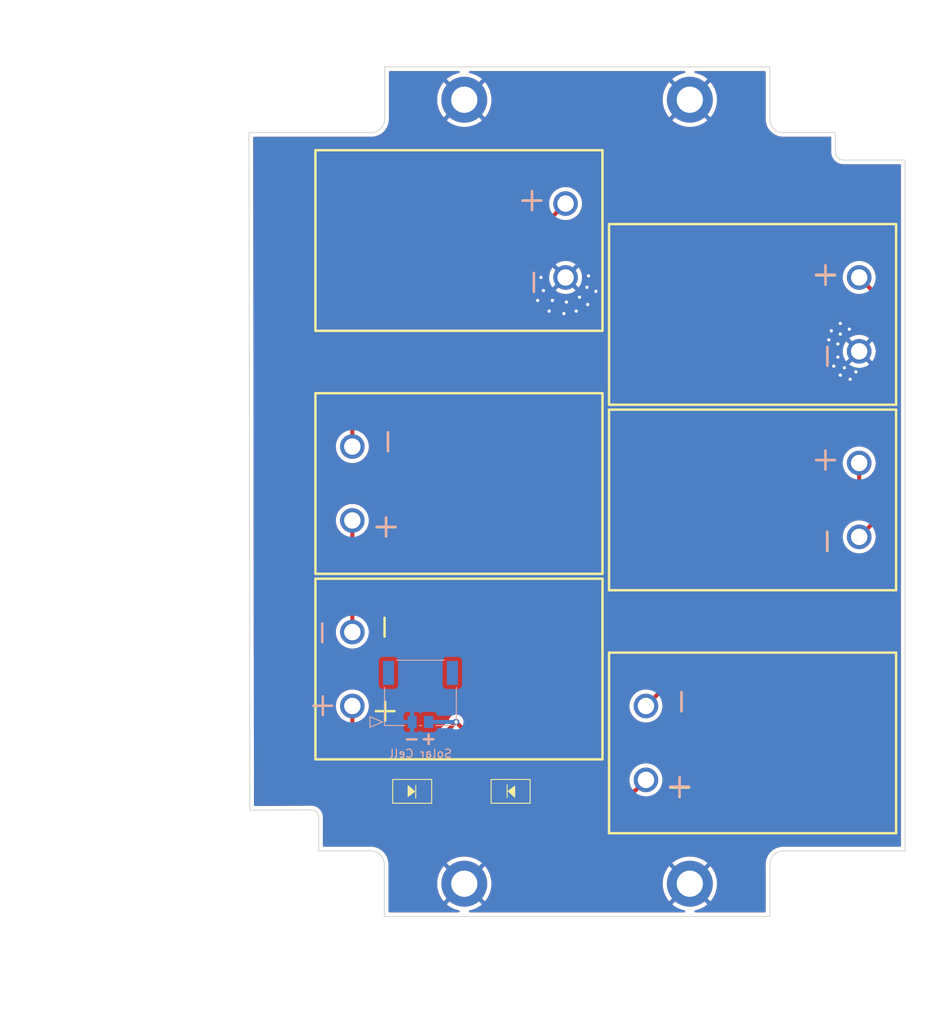
<source format=kicad_pcb>
(kicad_pcb (version 20211014) (generator pcbnew)
  (title_block (title "new-new-solar-cell-RIP-burn-wire") (date "2023-01-01") (rev "2"))
  (layers (0 "F.Cu" signal) (31 "B.Cu" signal) (34 "B.Paste" user) (35 "F.Paste" user) (36 "B.SilkS" user "B.Silkscreen") (37 "F.SilkS" user "F.Silkscreen") (38 "B.Mask" user) (39 "F.Mask" user) (44 "Edge.Cuts" user))
  (net 0 "")
  (net 1 "GND")
  (net 2 "Net-(SC1-Pad2)")
  (net 3 "Net-(D1-Pad2)")
  (net 4 "Net-(D2-Pad2)")
  (net 5 "Net-(SC2-Pad2)")
  (net 6 "Net-(SC4-Pad2)")
  (net 7 "Net-(SC5-Pad2)")
  (net 8 "VSOLAR")
  (footprint "ISP:SM101K07TF" (layer "F.Cu") (at 97.7 111.6 180)
    (fp_text reference "SC1")
    (fp_text value "SM101K07TF")
    (fp_text user "-" (at 9.3 4.6 90) (layer "F.SilkS") (effects (font (size 3 3) (thickness 0.3))))
    (fp_text user "+" (at 9 -5.4) (layer "F.SilkS") (effects (font (size 3 3) (thickness 0.3))))
    (fp_line (start -17.5 -11.5) (end 17.5 -11.5) (layer "F.SilkS") (width 0.3))
    (fp_line (start 17.5 -11.5) (end 17.5 10.5) (layer "F.SilkS") (width 0.3))
    (fp_line (start 17.5 10.5) (end -17.5 10.5) (layer "F.SilkS") (width 0.3))
    (fp_line (start -17.5 10.5) (end -17.5 -11.5) (layer "F.SilkS") (width 0.3))
    (pad "1" thru_hole circle (at 13 -5 180) (size 3 3) (drill 2) (layers *.Mask "F.Cu" "In1.Cu" "B.Cu") (net 3 "Net-(D1-Pad2)"))
    (pad "2" thru_hole circle (at 13 4 180) (size 3 3) (drill 2) (layers *.Mask "F.Cu" "In1.Cu" "B.Cu") (net 2 "Net-(SC1-Pad2)"))
  )
  (footprint "ISP:SM101K07TF" (layer "F.Cu") (at 97.7 60.4)
    (fp_text reference "SC3")
    (fp_text value "SM101K07TF")
    (fp_text user "+" (at 8.89 -5.58) (layer "B.SilkS") (effects (font (size 3 3) (thickness 0.3))))
    (fp_text user "-" (at 8.89 4.58 90) (layer "B.SilkS") (effects (font (size 3 3) (thickness 0.3))))
    (fp_line (start 17.5 -11.5) (end 17.5 10.5) (layer "F.SilkS") (width 0.3))
    (fp_line (start -17.5 10.5) (end -17.5 -11.5) (layer "F.SilkS") (width 0.3))
    (fp_line (start 17.5 10.5) (end -17.5 10.5) (layer "F.SilkS") (width 0.3))
    (fp_line (start -17.5 -11.5) (end 17.5 -11.5) (layer "F.SilkS") (width 0.3))
    (pad "1" thru_hole circle (at 13 -5) (size 3 3) (drill 2) (layers *.Mask "F.Cu" "In1.Cu" "B.Cu") (net 5 "Net-(SC2-Pad2)"))
    (pad "2" thru_hole circle (at 13 4) (size 3 3) (drill 2) (layers *.Mask "F.Cu" "In1.Cu" "B.Cu") (net 1 "GND"))
  )
  (footprint "MountingHole:MountingHole_3.2mm_M3_DIN965_Pad" (layer "F.Cu") (at 125.85 42.75)
    (fp_text reference "H2")
    (fp_text value "MountingHole_Pad")
    (pad "1" thru_hole circle (at 0 0) (size 5.6 5.6) (drill 3.2) (layers *.Cu *.Mask) (net 1 "GND"))
  )
  (footprint "ISP:SM101K07TF" (layer "F.Cu") (at 97.7 89 180)
    (fp_text reference "SC2")
    (fp_text value "SM101K07TF")
    (fp_text user "+" (at 8.89 -5.58) (layer "F.SilkS") (effects (font (size 3 3) (thickness 0.3))))
    (fp_text user "-" (at 8.89 4.58 90) (layer "F.SilkS") (effects (font (size 3 3) (thickness 0.3))))
    (fp_line (start -17.5 -11.5) (end 17.5 -11.5) (layer "F.SilkS") (width 0.3))
    (fp_line (start 17.5 -11.5) (end 17.5 10.5) (layer "F.SilkS") (width 0.3))
    (fp_line (start -17.5 10.5) (end -17.5 -11.5) (layer "F.SilkS") (width 0.3))
    (fp_line (start 17.5 10.5) (end -17.5 10.5) (layer "F.SilkS") (width 0.3))
    (pad "1" thru_hole circle (at 13 -5 180) (size 3 3) (drill 2) (layers *.Mask "F.Cu" "In1.Cu" "B.Cu") (net 2 "Net-(SC1-Pad2)"))
    (pad "2" thru_hole circle (at 13 4 180) (size 3 3) (drill 2) (layers *.Mask "F.Cu" "In1.Cu" "B.Cu") (net 5 "Net-(SC2-Pad2)"))
  )
  (footprint "MountingHole:MountingHole_3.2mm_M3_DIN965_Pad" (layer "F.Cu") (at 98.35 42.75)
    (fp_text reference "H1")
    (fp_text value "MountingHole_Pad")
    (pad "1" thru_hole circle (at 0 0) (size 5.6 5.6) (drill 3.2) (layers *.Cu *.Mask) (net 1 "GND"))
  )
  (footprint "ISP:SM101K07TF" (layer "F.Cu") (at 133.5 92)
    (fp_text reference "SC5")
    (fp_text value "SM101K07TF")
    (fp_text user "-" (at 8.89 4.58 90) (layer "F.SilkS") (effects (font (size 3 3) (thickness 0.3))))
    (fp_text user "+" (at 8.89 -5.58) (layer "F.SilkS") (effects (font (size 3 3) (thickness 0.3))))
    (fp_line (start 17.5 10.5) (end -17.5 10.5) (layer "F.SilkS") (width 0.3))
    (fp_line (start 17.5 -11.5) (end 17.5 10.5) (layer "F.SilkS") (width 0.3))
    (fp_line (start -17.5 10.5) (end -17.5 -11.5) (layer "F.SilkS") (width 0.3))
    (fp_line (start -17.5 -11.5) (end 17.5 -11.5) (layer "F.SilkS") (width 0.3))
    (pad "1" thru_hole circle (at 13 -5) (size 3 3) (drill 2) (layers *.Mask "F.Cu" "In1.Cu" "B.Cu") (net 6 "Net-(SC4-Pad2)"))
    (pad "2" thru_hole circle (at 13 4) (size 3 3) (drill 2) (layers *.Mask "F.Cu" "In1.Cu" "B.Cu") (net 7 "Net-(SC5-Pad2)"))
  )
  (footprint "MountingHole:MountingHole_3.2mm_M3_DIN965_Pad" (layer "F.Cu") (at 98.35 138.25)
    (fp_text reference "H3")
    (fp_text value "MountingHole_Pad")
    (pad "1" thru_hole circle (at 0 0) (size 5.6 5.6) (drill 3.2) (layers *.Cu *.Mask) (net 1 "GND"))
  )
  (footprint "MountingHole:MountingHole_3.2mm_M3_DIN965_Pad" (layer "F.Cu") (at 125.85 138.25)
    (fp_text reference "H4")
    (fp_text value "MountingHole_Pad")
    (pad "1" thru_hole circle (at 0 0) (size 5.6 5.6) (drill 3.2) (layers *.Cu *.Mask) (net 1 "GND"))
  )
  (footprint "ISP:SM101K07TF" (layer "F.Cu") (at 133.5 120.6 180)
    (fp_text reference "SC4")
    (fp_text value "SM101K07TF")
    (fp_text user "+" (at 8.89 -5.58) (layer "B.SilkS") (effects (font (size 3 3) (thickness 0.3))))
    (fp_text user "-" (at 8.89 4.58 90) (layer "B.SilkS") (effects (font (size 3 3) (thickness 0.3))))
    (fp_line (start 17.5 10.5) (end -17.5 10.5) (layer "F.SilkS") (width 0.3))
    (fp_line (start -17.5 10.5) (end -17.5 -11.5) (layer "F.SilkS") (width 0.3))
    (fp_line (start 17.5 -11.5) (end 17.5 10.5) (layer "F.SilkS") (width 0.3))
    (fp_line (start -17.5 -11.5) (end 17.5 -11.5) (layer "F.SilkS") (width 0.3))
    (pad "1" thru_hole circle (at 13 -5 180) (size 3 3) (drill 2) (layers *.Mask "F.Cu" "In1.Cu" "B.Cu") (net 4 "Net-(D2-Pad2)"))
    (pad "2" thru_hole circle (at 13 4 180) (size 3 3) (drill 2) (layers *.Mask "F.Cu" "In1.Cu" "B.Cu") (net 6 "Net-(SC4-Pad2)"))
  )
  (footprint "ISP:SM101K07TF" (layer "F.Cu") (at 133.5 69.4)
    (fp_text reference "SC6")
    (fp_text value "SM101K07TF")
    (fp_text user "-" (at 8.89 4.58 90) (layer "B.SilkS") (effects (font (size 3 3) (thickness 0.3))))
    (fp_text user "+" (at 8.89 -5.58) (layer "B.SilkS") (effects (font (size 3 3) (thickness 0.3))))
    (fp_line (start 17.5 10.5) (end -17.5 10.5) (layer "F.SilkS") (width 0.3))
    (fp_line (start 17.5 -11.5) (end 17.5 10.5) (layer "F.SilkS") (width 0.3))
    (fp_line (start -17.5 10.5) (end -17.5 -11.5) (layer "F.SilkS") (width 0.3))
    (fp_line (start -17.5 -11.5) (end 17.5 -11.5) (layer "F.SilkS") (width 0.3))
    (pad "1" thru_hole circle (at 13 -5) (size 3 3) (drill 2) (layers *.Mask "F.Cu" "In1.Cu" "B.Cu") (net 7 "Net-(SC5-Pad2)"))
    (pad "2" thru_hole circle (at 13 4) (size 3 3) (drill 2) (layers *.Mask "F.Cu" "In1.Cu" "B.Cu") (net 1 "GND"))
  )
  (footprint "ISP:DO-214AC" (layer "F.Cu") (at 92 127 180)
    (fp_text reference "D1")
    (fp_text value "CDBA240LL-HF")
    (fp_line (start 2.375 1.45) (end 2.375 -1.45) (layer "F.SilkS") (width 0.12))
    (fp_line (start -0.4318 -0.8128) (end -0.4318 0.7366) (layer "F.SilkS") (width 0.12))
    (fp_line (start -2.375 1.45) (end -2.375 -1.45) (layer "F.SilkS") (width 0.12))
    (fp_line (start -2.375 -1.45) (end 2.375 -1.45) (layer "F.SilkS") (width 0.12))
    (fp_line (start -2.375 1.45) (end 2.375 1.45) (layer "F.SilkS") (width 0.12))
    (fp_poly (pts (xy 0.508 0.7112) (xy -0.3048 -0.0254) (xy 0.508 -0.635)) (layer "F.SilkS") (width 0.1) (fill solid))
    (pad "1" smd rect (at -2 0 180) (size 2.5 1.7) (layers "F.Cu" "F.Paste" "F.Mask") (net 8 "VSOLAR"))
    (pad "2" smd rect (at 2 0 180) (size 2.5 1.7) (layers "F.Cu" "F.Paste" "F.Mask") (net 3 "Net-(D1-Pad2)"))
  )
  (footprint "ISP:DO-214AC" (layer "F.Cu") (at 104 127)
    (fp_text reference "D2")
    (fp_text value "CDBA240LL-HF")
    (fp_line (start -2.375 -1.45) (end 2.375 -1.45) (layer "F.SilkS") (width 0.12))
    (fp_line (start -2.375 1.45) (end -2.375 -1.45) (layer "F.SilkS") (width 0.12))
    (fp_line (start -2.375 1.45) (end 2.375 1.45) (layer "F.SilkS") (width 0.12))
    (fp_line (start 2.375 1.45) (end 2.375 -1.45) (layer "F.SilkS") (width 0.12))
    (fp_line (start -0.4318 -0.8128) (end -0.4318 0.7366) (layer "F.SilkS") (width 0.12))
    (fp_poly (pts (xy 0.508 0.7112) (xy -0.3048 -0.0254) (xy 0.508 -0.635)) (layer "F.SilkS") (width 0.1) (fill solid))
    (pad "1" smd rect (at -2 0) (size 2.5 1.7) (layers "F.Cu" "F.Paste" "F.Mask") (net 8 "VSOLAR"))
    (pad "2" smd rect (at 2 0) (size 2.5 1.7) (layers "F.Cu" "F.Paste" "F.Mask") (net 4 "Net-(D2-Pad2)"))
  )
  (footprint "Molex_PicoLock_2p_2mm_2053380002:2053380002" (layer "B.Cu") (at 92 118.55 180)
    (fp_text reference "J1")
    (fp_text value "Solar Cell" (at -1.05 -3.85) (layer "B.SilkS") (effects (justify mirror)))
    (fp_line (start 3.628992 0) (end 5.152992 0.635) (layer "B.SilkS") (width 0.12))
    (fp_line (start -5.374991 4.20496) (end -5.374991 -0.425) (layer "B.SilkS") (width 0.12))
    (fp_line (start -5.374991 -0.425) (end -2.870041 -0.425) (layer "B.SilkS") (width 0.12))
    (fp_line (start 3.374992 -0.425) (end 3.374992 4.20496) (layer "B.SilkS") (width 0.12))
    (fp_line (start 5.152992 0.635) (end 5.152992 -0.635) (layer "B.SilkS") (width 0.12))
    (fp_line (start -1.129961 -0.425) (end -0.87004 -0.425) (layer "B.SilkS") (width 0.12))
    (fp_line (start 5.152992 -0.635) (end 3.628992 0) (layer "B.SilkS") (width 0.12))
    (fp_line (start 0.87004 -0.425) (end 3.374992 -0.425) (layer "B.SilkS") (width 0.12))
    (fp_line (start 1.915982 7.525) (end -3.915981 7.525) (layer "B.SilkS") (width 0.12))
    (pad "1" smd rect (at 0 0 180) (size 1.1 1.45) (layers "B.Cu" "B.Paste" "B.Mask") (net 1 "GND"))
    (pad "2" smd rect (at -2.000001 0 180) (size 1.1 1.45) (layers "B.Cu" "B.Paste" "B.Mask") (net 8 "VSOLAR"))
    (pad "3" smd rect (at 2.894998 5.974999 180) (size 1.35 2.899999) (layers "B.Cu" "B.Paste" "B.Mask"))
    (pad "4" smd rect (at -4.894997 5.974999 180) (size 1.35 2.899999) (layers "B.Cu" "B.Paste" "B.Mask"))
  )
  (gr_line (start 135.6 142.25) (end 88.6 142.25) (layer "Edge.Cuts") (width 0.1))
  (gr_line (start 143.6 46.75) (end 143.6 49.161299) (layer "Edge.Cuts") (width 0.1))
  (gr_line (start 152.1 50.1) (end 152.1 134.25) (layer "Edge.Cuts") (width 0.1))
  (gr_arc (start 79.669331 129.25) (mid 80.318795 129.511659) (end 80.605727 130.15036) (layer "Edge.Cuts") (width 0.1))
  (gr_line (start 135.6 142.25) (end 135.6 135.9) (layer "Edge.Cuts") (width 0.1))
  (gr_arc (start 88.65 45.1) (mid 88.166726 46.266726) (end 87 46.75) (layer "Edge.Cuts") (width 0.1))
  (gr_arc (start 144.549464 50.1) (mid 143.893276 49.814186) (end 143.6 49.161299) (layer "Edge.Cuts") (width 0.1))
  (gr_arc (start 135.6 135.9) (mid 136.083274 134.733274) (end 137.25 134.25) (layer "Edge.Cuts") (width 0.1))
  (gr_line (start 152.1 134.25) (end 137.25 134.25) (layer "Edge.Cuts") (width 0.1))
  (gr_line (start 88.6 135.9) (end 88.6 142.25) (layer "Edge.Cuts") (width 0.1))
  (gr_line (start 135.6 45.1) (end 135.6 38.75) (layer "Edge.Cuts") (width 0.1))
  (gr_line (start 72.1 46.75) (end 87 46.75) (layer "Edge.Cuts") (width 0.1))
  (gr_arc (start 86.95 134.25) (mid 88.116726 134.733274) (end 88.6 135.9) (layer "Edge.Cuts") (width 0.1))
  (gr_line (start 79.669331 129.25) (end 72.2 129.3) (layer "Edge.Cuts") (width 0.1))
  (gr_line (start 86.95 134.25) (end 80.6 134.25) (layer "Edge.Cuts") (width 0.1))
  (gr_line (start 80.6 134.25) (end 80.605727 130.15036) (layer "Edge.Cuts") (width 0.1))
  (gr_arc (start 137.25 46.75) (mid 136.083274 46.266726) (end 135.6 45.1) (layer "Edge.Cuts") (width 0.1))
  (gr_line (start 88.65 38.75) (end 135.6 38.75) (layer "Edge.Cuts") (width 0.1))
  (gr_line (start 72.2 129.3) (end 72.1 46.75) (layer "Edge.Cuts") (width 0.1))
  (gr_line (start 152.1 50.1) (end 144.549464 50.1) (layer "Edge.Cuts") (width 0.1))
  (gr_line (start 88.65 38.75) (end 88.65 45.1) (layer "Edge.Cuts") (width 0.1))
  (gr_line (start 137.25 46.75) (end 143.6 46.75) (layer "Edge.Cuts") (width 0.1))
  (gr_text "+" (at 142.4 86.4) (layer "B.SilkS") (effects (font (size 3 3) (thickness 0.3)) (justify mirror)))
  (gr_text "-" (at 80.8 107.7 90) (layer "B.SilkS") (effects (font (size 3 3) (thickness 0.3)) (justify mirror)))
  (gr_text "-" (at 142.8 96.5 -90) (layer "B.SilkS") (effects (font (size 3 3) (thickness 0.3)) (justify mirror)))
  (gr_text "+" (at 88.8 95 180) (layer "B.SilkS") (effects (font (size 3 3) (thickness 0.3)) (justify mirror)))
  (gr_text "-" (at 91.95 120.775 -180) (layer "B.SilkS") (effects (font (size 1.5 1.5) (thickness 0.3)) (justify mirror)))
  (gr_text "+" (at 94 120.55) (layer "B.SilkS") (effects (font (size 1.5 1.5) (thickness 0.3)) (justify mirror)))
  (gr_text "-" (at 88.8 84.4 90) (layer "B.SilkS") (effects (font (size 3 3) (thickness 0.3)) (justify mirror)))
  (gr_text "+" (at 81.1 116.8 180) (layer "B.SilkS") (effects (font (size 3 3) (thickness 0.3)) (justify mirror)))
  (gr_text "+" (at 142.4 63.9) (layer "F.SilkS") (effects (font (size 3 3) (thickness 0.3))))
  (gr_text "+" (at 124.6 126.3) (layer "F.SilkS") (effects (font (size 3 3) (thickness 0.3))))
  (gr_text "-" (at 142.4 74 90) (layer "F.SilkS") (effects (font (size 3 3) (thickness 0.3))))
  (gr_text "-" (at 124.6 116.1 90) (layer "F.SilkS") (effects (font (size 3 3) (thickness 0.3))))
  (gr_text "+" (at 106.6 54.8) (layer "F.SilkS") (effects (font (size 3 3) (thickness 0.3))))
  (gr_text "-" (at 106.6 65 90) (layer "F.SilkS") (effects (font (size 3 3) (thickness 0.3))))
  (via (at 114.4 66.1) (size 0.8) (drill 0.4) (layers "F.Cu" "B.Cu") (net 1))
  (via (at 113.5 64.2) (size 0.8) (drill 0.4) (layers "F.Cu" "B.Cu") (net 1))
  (via (at 145.4 76.8) (size 0.8) (drill 0.4) (layers "F.Cu" "B.Cu") (net 1))
  (via (at 144.2 70) (size 0.8) (drill 0.4) (layers "F.Cu" "B.Cu") (net 1))
  (via (at 108 66) (size 0.8) (drill 0.4) (layers "F.Cu" "B.Cu") (net 1))
  (via (at 144.2 76.3) (size 0.8) (drill 0.4) (layers "F.Cu" "B.Cu") (net 1))
  (via (at 110.8 67.4) (size 0.8) (drill 0.4) (layers "F.Cu" "B.Cu") (net 1))
  (via (at 144.2 71.3) (size 0.8) (drill 0.4) (layers "F.Cu" "B.Cu") (net 1))
  (via (at 143.4 75.2) (size 0.8) (drill 0.4) (layers "F.Cu" "B.Cu") (net 1))
  (via (at 107.3 67.2) (size 0.8) (drill 0.4) (layers "F.Cu" "B.Cu") (net 1))
  (via (at 143.9 74.1) (size 0.8) (drill 0.4) (layers "F.Cu" "B.Cu") (net 1))
  (via (at 144.7 75.4) (size 0.8) (drill 0.4) (layers "F.Cu" "B.Cu") (net 1))
  (via (at 108.7 68.5) (size 0.8) (drill 0.4) (layers "F.Cu" "B.Cu") (net 1))
  (via (at 107.7 64.4) (size 0.8) (drill 0.4) (layers "F.Cu" "B.Cu") (net 1))
  (via (at 113.4 67.7) (size 0.8) (drill 0.4) (layers "F.Cu" "B.Cu") (net 1))
  (via (at 109.1 67.2) (size 0.8) (drill 0.4) (layers "F.Cu" "B.Cu") (net 1))
  (via (at 143.9 72.5) (size 0.8) (drill 0.4) (layers "F.Cu" "B.Cu") (net 1))
  (via (at 143.1 70.9) (size 0.8) (drill 0.4) (layers "F.Cu" "B.Cu") (net 1))
  (via (at 113.3 65.6) (size 0.8) (drill 0.4) (layers "F.Cu" "B.Cu") (net 1))
  (via (at 145.3 70.7) (size 0.8) (drill 0.4) (layers "F.Cu" "B.Cu") (net 1))
  (via (at 142.8 72) (size 0.8) (drill 0.4) (layers "F.Cu" "B.Cu") (net 1))
  (via (at 110.5 68.8) (size 0.8) (drill 0.4) (layers "F.Cu" "B.Cu") (net 1))
  (via (at 112 68.5) (size 0.8) (drill 0.4) (layers "F.Cu" "B.Cu") (net 1))
  (via (at 112.4 66.8) (size 0.8) (drill 0.4) (layers "F.Cu" "B.Cu") (net 1))
  (via (at 146.1 75.9) (size 0.8) (drill 0.4) (layers "F.Cu" "B.Cu") (net 1))
  (segment (start 84.7 94) (end 84.7 107.6) (width 0.5) (layer "F.Cu") (net 2))
  (segment (start 84.7 121.7) (end 84.7 116.6) (width 0.5) (layer "F.Cu") (net 3))
  (segment (start 90 127) (end 84.7 121.7) (width 0.5) (layer "F.Cu") (net 3))
  (segment (start 106 127) (end 119.1 127) (width 0.5) (layer "F.Cu") (net 4))
  (segment (start 119.1 127) (end 120.5 125.6) (width 0.5) (layer "F.Cu") (net 4))
  (segment (start 110.7 55.4) (end 84.7 81.4) (width 0.5) (layer "F.Cu") (net 5))
  (segment (start 84.7 81.4) (end 84.7 85) (width 0.5) (layer "F.Cu") (net 5))
  (segment (start 146.5 90.6) (end 120.5 116.6) (width 0.5) (layer "F.Cu") (net 6))
  (segment (start 146.5 87) (end 146.5 90.6) (width 0.5) (layer "F.Cu") (net 6))
  (segment (start 146.5 64.4) (end 149.7 67.6) (width 0.5) (layer "F.Cu") (net 7))
  (segment (start 149.7 67.6) (end 149.7 92.8) (width 0.5) (layer "F.Cu") (net 7))
  (segment (start 149.7 92.8) (end 146.5 96) (width 0.5) (layer "F.Cu") (net 7))
  (segment (start 94 127) (end 94 121.9) (width 0.5) (layer "F.Cu") (net 8))
  (segment (start 102 123.2) (end 97.35 118.55) (width 0.5) (layer "F.Cu") (net 8))
  (segment (start 102 127) (end 102 123.2) (width 0.5) (layer "F.Cu") (net 8))
  (segment (start 94 121.9) (end 97.35 118.55) (width 0.5) (layer "F.Cu") (net 8))
  (via (at 97.35 118.55) (size 0.8) (drill 0.4) (layers "F.Cu" "B.Cu") (net 8))
  (segment (start 94.000001 118.55) (end 97.35 118.55) (width 0.5) (layer "B.Cu") (net 8))
  (zone (net 1) (net_name "GND") (layers F&B.Cu) (connect_pads (clearance 0.508)) (min_thickness 0.254) (fill yes (thermal_gap 0.508) (thermal_bridge_width 0.508))
    (polygon (pts (xy 156 144.5) (xy 68.75 144.5) (xy 68.75 36) (xy 156 36)))
  )
)
</source>
